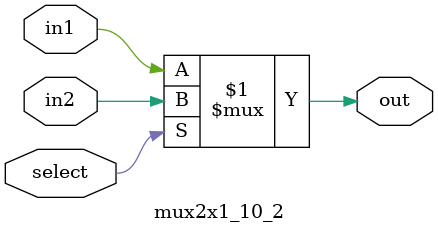
<source format=v>
module mux2x1_10_2 (
    input in1, in2, select,
    output out
);
    assign out = select ? in2 : in1;
endmodule

</source>
